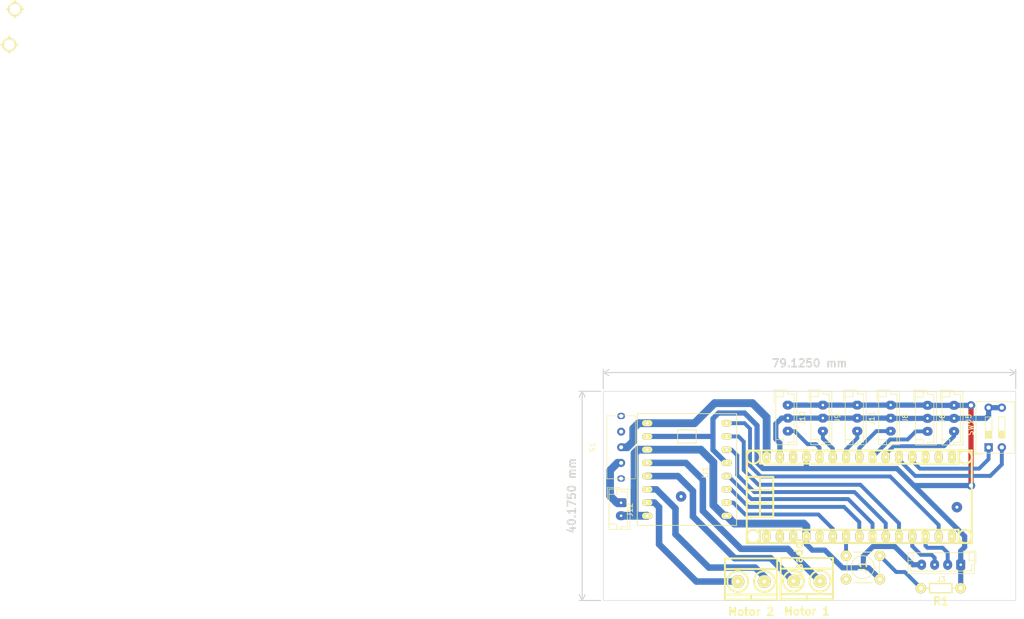
<source format=kicad_pcb>
(kicad_pcb (version 20221018) (generator pcbnew)
  (layers (0 "F.Cu" signal) (31 "B.Cu" signal) (34 "B.Paste" user) (35 "F.Paste" user) (36 "B.SilkS" user "B.Silkscreen") (37 "F.SilkS" user "F.Silkscreen") (38 "B.Mask" user) (39 "F.Mask" user) (44 "Edge.Cuts" user))
  (net 0 "")
  (net 2 "/Pin_Pulsador")
  (net 3 "Net-(J1-Pin_2)")
  (net 4 "GND")
  (net 5 "/Motor 1A")
  (net 6 "/Motor 1B")
  (net 7 "+5V")
  (net 8 "/Pin_Echo")
  (net 9 "/Pin_Trigg")
  (net 10 "/Motor 2A")
  (net 11 "/Motor 2B")
  (net 13 "/M_BIN2")
  (net 14 "/M_BIN1")
  (net 15 "/M_AIN1")
  (net 16 "/M_AIN2")
  (net 18 "+3V3")
  (net 20 "/Sharp_Izq")
  (net 21 "/Sharp_Der")
  (net 22 "/JSUMO_Der")
  (net 23 "/JSUMO_Izq")
  (net 25 "VCC")
  (net 26 "+BATT")
  (net 27 "/PWM_A")
  (net 28 "/PWM_B")
  (net 34 "/QRE_DER")
  (net 35 "/QRE_IZQ")
  (net 36 "/Salida_0")
  (net 37 "/Salida_1")
  (footprint "EESTN5:Pulsador_TH_4" (layer "F.Cu") (at 166.925 109.875 90)
    (fp_text reference "J1" (at 0.05 -0.05 90) (layer "F.SilkS") (effects (font (size 1.5 1.5) (thickness 0.3))))
    (fp_text value "Pulsador" (at 0.875 -12.35 90) (layer "F.SilkS") (effects (font (size 1.5 1.5) (thickness 0.3))))
    (pad "1" thru_hole circle (at 2.25 -3.25 90) (size 2 2) (drill 0.75) (layers "*.Cu" "*.Mask" "F.SilkS") (net 2 "/Pin_Pulsador"))
    (pad "2" thru_hole circle (at 2.25 3.25 90) (size 2 2) (drill 0.75) (layers "*.Cu" "*.Mask" "F.SilkS") (net 3 "Net-(J1-Pin_2)"))
    (pad "3" thru_hole circle (at -2.25 -3.25 90) (size 2 2) (drill 0.75) (layers "*.Cu" "*.Mask" "F.SilkS"))
    (pad "4" thru_hole circle (at -2.25 3.25 90) (size 2 2) (drill 0.75) (layers "*.Cu" "*.Mask" "F.SilkS") (net 4 "GND"))
  )
  (footprint "EESTN5:TB6612_Breakout" (layer "F.Cu") (at 133.145 91.06875 -90)
    (fp_text reference "U1" (at 0.508 -3.556 90) (layer "F.SilkS") (effects (font (size 1.2 1.2))))
    (fp_text value "TB6612_BREAKOUT")
    (pad "1" thru_hole oval (at -8.89 7.62 270) (size 1.2 2) (drill 0.5) (layers "*.Cu" "*.Mask" "F.SilkS") (net 25 "VCC"))
    (pad "2" thru_hole oval (at -6.35 7.62 270) (size 1.2 2) (drill 0.5) (layers "*.Cu" "*.Mask" "F.SilkS") (net 7 "+5V"))
    (pad "3" thru_hole oval (at -3.81 7.62 270) (size 1.2 2) (drill 0.5) (layers "*.Cu" "*.Mask" "F.SilkS") (net 4 "GND"))
    (pad "4" thru_hole oval (at -1.27 7.62 270) (size 1.2 2) (drill 0.5) (layers "*.Cu" "*.Mask" "F.SilkS") (net 5 "/Motor 1A"))
    (pad "5" thru_hole oval (at 1.27 7.62 270) (size 1.2 2) (drill 0.5) (layers "*.Cu" "*.Mask" "F.SilkS") (net 6 "/Motor 1B"))
    (pad "6" thru_hole oval (at 3.81 7.62 270) (size 1.2 2) (drill 0.5) (layers "*.Cu" "*.Mask" "F.SilkS") (net 10 "/Motor 2A"))
    (pad "7" thru_hole oval (at 6.35 7.62 270) (size 1.2 2) (drill 0.5) (layers "*.Cu" "*.Mask" "F.SilkS") (net 11 "/Motor 2B"))
    (pad "8" thru_hole oval (at 8.89 7.62 270) (size 1.2 2) (drill 0.5) (layers "*.Cu" "*.Mask" "F.SilkS") (net 4 "GND"))
    (pad "9" thru_hole oval (at 8.89 -7.62 270) (size 1.2 2) (drill 0.5) (layers "*.Cu" "*.Mask" "F.SilkS") (net 4 "GND"))
    (pad "10" thru_hole oval (at 6.35 -7.62 270) (size 1.2 2) (drill 0.5) (layers "*.Cu" "*.Mask" "F.SilkS") (net 28 "/PWM_B"))
    (pad "11" thru_hole oval (at 3.81 -7.62 270) (size 1.2 2) (drill 0.5) (layers "*.Cu" "*.Mask" "F.SilkS") (net 13 "/M_BIN2"))
    (pad "12" thru_hole oval (at 1.27 -7.62 270) (size 1.2 2) (drill 0.5) (layers "*.Cu" "*.Mask" "F.SilkS") (net 14 "/M_BIN1"))
    (pad "13" thru_hole oval (at -1.27 -7.62 270) (size 1.2 2) (drill 0.5) (layers "*.Cu" "*.Mask" "F.SilkS") (net 7 "+5V"))
    (pad "14" thru_hole oval (at -3.81 -7.62 270) (size 1.2 2) (drill 0.5) (layers "*.Cu" "*.Mask" "F.SilkS") (net 15 "/M_AIN1"))
    (pad "15" thru_hole oval (at -6.35 -7.62 270) (size 1.2 2) (drill 0.5) (layers "*.Cu" "*.Mask" "F.SilkS") (net 16 "/M_AIN2"))
    (pad "16" thru_hole oval (at -8.89 -7.62 270) (size 1.2 2) (drill 0.5) (layers "*.Cu" "*.Mask" "F.SilkS") (net 27 "/PWM_A"))
  )
  (footprint "EESTN5:arduino_nano_header" (layer "F.Cu") (at 166.215 96.29875)
    (fp_text reference "J7" hide)
    (fp_text value "Arduino_Nano_Header" hide)
    (pad "1" thru_hole oval (at -17.78 7.62) (size 1.524 2.19964) (drill 0.5) (layers "*.Cu" "*.Mask" "F.SilkS"))
    (pad "2" thru_hole oval (at -15.24 7.62) (size 1.524 2.19964) (drill 0.5) (layers "*.Cu" "*.Mask" "F.SilkS"))
    (pad "3" thru_hole oval (at -12.7 7.62) (size 1.524 2.19964) (drill 0.5) (layers "*.Cu" "*.Mask" "F.SilkS"))
    (pad "4" thru_hole oval (at -10.16 7.62) (size 1.524 2.19964) (drill 0.5) (layers "*.Cu" "*.Mask" "F.SilkS") (net 4 "GND"))
    (pad "5" thru_hole oval (at -7.62 7.62) (size 1.524 2.19964) (drill 0.5) (layers "*.Cu" "*.Mask" "F.SilkS"))
    (pad "6" thru_hole oval (at -5.08 7.62) (size 1.524 2.19964) (drill 0.5) (layers "*.Cu" "*.Mask" "F.SilkS") (net 28 "/PWM_B"))
    (pad "7" thru_hole oval (at -2.54 7.62) (size 1.524 2.19964) (drill 0.5) (layers "*.Cu" "*.Mask" "F.SilkS") (net 2 "/Pin_Pulsador"))
    (pad "8" thru_hole oval (at 0 7.62) (size 1.524 2.19964) (drill 0.5) (layers "*.Cu" "*.Mask" "F.SilkS") (net 13 "/M_BIN2"))
    (pad "9" thru_hole oval (at 2.54 7.62) (size 1.524 2.19964) (drill 0.5) (layers "*.Cu" "*.Mask" "F.SilkS") (net 14 "/M_BIN1"))
    (pad "10" thru_hole oval (at 5.08 7.62) (size 1.524 2.19964) (drill 0.5) (layers "*.Cu" "*.Mask" "F.SilkS") (net 15 "/M_AIN1"))
    (pad "11" thru_hole oval (at 7.62 7.62) (size 1.524 2.19964) (drill 0.5) (layers "*.Cu" "*.Mask" "F.SilkS") (net 16 "/M_AIN2"))
    (pad "12" thru_hole oval (at 10.16 7.62) (size 1.524 2.19964) (drill 0.5) (layers "*.Cu" "*.Mask" "F.SilkS") (net 9 "/Pin_Trigg"))
    (pad "13" thru_hole oval (at 12.7 7.62) (size 1.524 2.19964) (drill 0.5) (layers "*.Cu" "*.Mask" "F.SilkS") (net 8 "/Pin_Echo"))
    (pad "14" thru_hole oval (at 15.24 7.62) (size 1.524 2.19964) (drill 0.5) (layers "*.Cu" "*.Mask" "F.SilkS") (net 27 "/PWM_A"))
    (pad "15" thru_hole oval (at 17.78 7.62) (size 1.524 2.19964) (drill 0.5) (layers "*.Cu" "*.Mask" "F.SilkS"))
    (pad "16" thru_hole oval (at 17.78 -7.62) (size 1.524 2.19964) (drill 0.5) (layers "*.Cu" "*.Mask" "F.SilkS"))
    (pad "17" thru_hole oval (at 15.24 -7.62) (size 1.524 2.19964) (drill 0.5) (layers "*.Cu" "*.Mask" "F.SilkS") (net 18 "+3V3"))
    (pad "18" thru_hole oval (at 12.7 -7.62) (size 1.524 2.19964) (drill 0.5) (layers "*.Cu" "*.Mask" "F.SilkS"))
    (pad "19" thru_hole oval (at 10.16 -7.62) (size 1.524 2.19964) (drill 0.5) (layers "*.Cu" "*.Mask" "F.SilkS") (net 36 "/Salida_0"))
    (pad "20" thru_hole oval (at 7.62 -7.62) (size 1.524 2.1971) (drill 0.5) (layers "*.Cu" "*.Mask" "F.SilkS") (net 37 "/Salida_1"))
    (pad "21" thru_hole oval (at 5.08 -7.62) (size 1.524 2.1971) (drill 0.5) (layers "*.Cu" "*.Mask" "F.SilkS") (net 34 "/QRE_DER"))
    (pad "22" thru_hole oval (at 2.54 -7.62) (size 1.524 2.1971) (drill 0.5) (layers "*.Cu" "*.Mask" "F.SilkS") (net 35 "/QRE_IZQ"))
    (pad "23" thru_hole oval (at 0 -7.62) (size 1.524 2.1971) (drill 0.5) (layers "*.Cu" "*.Mask" "F.SilkS") (net 23 "/JSUMO_Izq"))
    (pad "24" thru_hole oval (at -2.54 -7.62) (size 1.524 2.1971) (drill 0.5) (layers "*.Cu" "*.Mask" "F.SilkS") (net 20 "/Sharp_Izq"))
    (pad "25" thru_hole oval (at -5.08 -7.62) (size 1.524 2.1971) (drill 0.5) (layers "*.Cu" "*.Mask" "F.SilkS") (net 21 "/Sharp_Der"))
    (pad "26" thru_hole oval (at -7.62 -7.62) (size 1.524 2.1971) (drill 0.5) (layers "*.Cu" "*.Mask" "F.SilkS") (net 22 "/JSUMO_Der"))
    (pad "27" thru_hole oval (at -10.16 -7.62) (size 1.524 2.1971) (drill 0.5) (layers "*.Cu" "*.Mask" "F.SilkS") (net 7 "+5V"))
    (pad "28" thru_hole oval (at -12.7 -7.62) (size 1.524 2.1971) (drill 0.5) (layers "*.Cu" "*.Mask" "F.SilkS"))
    (pad "29" thru_hole oval (at -15.24 -7.62) (size 1.524 2.1971) (drill 0.5) (layers "*.Cu" "*.Mask" "F.SilkS") (net 4 "GND"))
    (pad "30" thru_hole oval (at -17.78 -7.62) (size 1.524 2.1971) (drill 0.5) (layers "*.Cu" "*.Mask" "F.SilkS") (net 25 "VCC"))
  )
  (footprint "Connector_JST:JST_EH_B3B-EH-A_1x03_P2.50mm_Vertical" (layer "F.Cu") (at 152.505 78.7 -90)
    (fp_text reference "J10" (at 2.5 -2.8 -90) (layer "F.SilkS"))
    (fp_text value "JSUMO")
    (pad "1" thru_hole oval (at 0 0 270) (size 1.7 1.95) (drill 0.5) (layers "*.Cu" "*.Mask") (net 7 "+5V"))
    (pad "2" thru_hole oval (at 2.5 0 270) (size 1.7 1.95) (drill 0.5) (layers "*.Cu" "*.Mask") (net 4 "GND"))
    (pad "3" thru_hole oval (at 5 0 270) (size 1.7 1.95) (drill 0.5) (layers "*.Cu" "*.Mask") (net 22 "/JSUMO_Der"))
  )
  (footprint "EESTN5:hole_2mm" (layer "F.Cu") (at 3.127 9.507)
    (fp_text reference "H2" hide)
    (fp_text value "Mounting_Hole" hide)
    (pad "1" thru_hole circle (at 0 0) (size 1.99898 1.99898) (drill 1.99898) (layers "*.Cu" "F.SilkS"))
  )
  (footprint "Connector_JST:JST_EH_B2B-EH-A_1x02_P2.50mm_Vertical" (layer "F.Cu") (at 120.515 97.45 -90)
    (fp_text reference "J12" (at 1.35 -1.71 90) (layer "F.SilkS"))
    (fp_text value "Conector Batería")
    (pad "1" thru_hole roundrect (at 0 0 270) (size 1.7 2) (drill 0.5) (layers "*.Cu" "*.Mask") (roundrect_rratio 0.147059) (net 26 "+BATT"))
    (pad "2" thru_hole oval (at 2.5 0 270) (size 1.7 2) (drill 0.5) (layers "*.Cu" "*.Mask") (net 4 "GND"))
  )
  (footprint "Connector_JST:JST_EH_B3B-EH-A_1x03_P2.50mm_Vertical" (layer "F.Cu") (at 159.23 78.7 -90)
    (fp_text reference "J9" (at 2.5 -2.8 -90) (layer "F.SilkS"))
    (fp_text value "Sharps")
    (pad "1" thru_hole oval (at 0 0 270) (size 1.7 1.95) (drill 0.5) (layers "*.Cu" "*.Mask") (net 7 "+5V"))
    (pad "2" thru_hole oval (at 2.5 0 270) (size 1.7 1.95) (drill 0.5) (layers "*.Cu" "*.Mask") (net 4 "GND"))
    (pad "3" thru_hole oval (at 5 0 270) (size 1.7 1.95) (drill 0.5) (layers "*.Cu" "*.Mask") (net 21 "/Sharp_Der"))
  )
  (footprint "EESTN5:RES0.3" (layer "F.Cu") (at 181.85 113.85 180)
    (fp_text reference "R1" (at 0 -2.5) (layer "F.SilkS") (effects (font (size 1.5 1.5) (thickness 0.3))))
    (fp_text value "1k" hide)
    (pad "1" thru_hole circle (at -3.81 0 180) (size 1.99898 1.99898) (drill 0.8001) (layers "*.Cu" "*.Mask" "F.SilkS") (net 7 "+5V"))
    (pad "2" thru_hole circle (at 3.81 0 180) (size 1.99898 1.99898) (drill 0.8001) (layers "*.Cu" "*.Mask" "F.SilkS") (net 3 "Net-(J1-Pin_2)"))
  )
  (footprint "Connector_JST:JST_EH_B3B-EH-A_1x03_P2.50mm_Vertical" (layer "F.Cu") (at 165.83 78.7 -90)
    (fp_text reference "J11" (at 2.5 -2.8 -90) (layer "F.SilkS"))
    (fp_text value "Sharps")
    (pad "1" thru_hole oval (at 0 0 270) (size 1.7 1.95) (drill 0.5) (layers "*.Cu" "*.Mask") (net 7 "+5V"))
    (pad "2" thru_hole oval (at 2.5 0 270) (size 1.7 1.95) (drill 0.5) (layers "*.Cu" "*.Mask") (net 4 "GND"))
    (pad "3" thru_hole oval (at 5 0 270) (size 1.7 1.95) (drill 0.5) (layers "*.Cu" "*.Mask") (net 20 "/Sharp_Izq"))
  )
  (footprint "Connector_JST:JST_EH_B3B-EH-A_1x03_P2.50mm_Vertical" (layer "F.Cu") (at 184.4 78.75 -90)
    (fp_text reference "J5" (at 2.5 -2.8 90) (layer "F.SilkS"))
    (fp_text value "QRE1113")
    (pad "1" thru_hole oval (at 0 0 270) (size 1.7 1.95) (drill 0.5) (layers "*.Cu" "*.Mask") (net 7 "+5V"))
    (pad "2" thru_hole oval (at 2.5 0 270) (size 1.7 1.95) (drill 0.5) (layers "*.Cu" "*.Mask") (net 4 "GND"))
    (pad "3" thru_hole oval (at 5 0 270) (size 1.7 1.95) (drill 0.5) (layers "*.Cu" "*.Mask") (net 34 "/QRE_DER"))
  )
  (footprint "Connector_JST:JST_EH_B3B-EH-A_1x03_P2.50mm_Vertical" (layer "F.Cu") (at 179.305 78.75 -90)
    (fp_text reference "J6" (at 2.5 -2.8 90) (layer "F.SilkS"))
    (fp_text value "QRE1113")
    (pad "1" thru_hole oval (at 0 0 270) (size 1.7 1.95) (drill 0.5) (layers "*.Cu" "*.Mask") (net 7 "+5V"))
    (pad "2" thru_hole oval (at 2.5 0 270) (size 1.7 1.95) (drill 0.5) (layers "*.Cu" "*.Mask") (net 4 "GND"))
    (pad "3" thru_hole oval (at 5 0 270) (size 1.7 1.95) (drill 0.5) (layers "*.Cu" "*.Mask") (net 35 "/QRE_IZQ"))
  )
  (footprint "EESTN5:BORNERA2_AZUL" (layer "F.Cu") (at 156.14 112.5)
    (fp_text reference "J2" hide)
    (fp_text value "Motor 1" (at 0 5.8) (layer "F.SilkS") (effects (font (size 1.5 1.5) (thickness 0.3))))
    (pad "1" thru_hole circle (at -2.54 0) (size 2.5 2.5) (drill 0.7) (layers "*.Cu" "*.Mask" "F.SilkS") (net 6 "/Motor 1B"))
    (pad "2" thru_hole circle (at 2.54 0) (size 2.5 2.5) (drill 0.7) (layers "*.Cu" "*.Mask" "F.SilkS") (net 5 "/Motor 1A"))
  )
  (footprint "Connector_JST:JST_EH_B3B-EH-A_1x03_P2.50mm_Vertical" (layer "F.Cu") (at 172.23 78.7 -90)
    (fp_text reference "J8" (at 2.5 -2.8 -90) (layer "F.SilkS"))
    (fp_text value "JSUMO")
    (pad "1" thru_hole oval (at 0 0 270) (size 1.7 1.95) (drill 0.5) (layers "*.Cu" "*.Mask") (net 7 "+5V"))
    (pad "2" thru_hole oval (at 2.5 0 270) (size 1.7 1.95) (drill 0.5) (layers "*.Cu" "*.Mask") (net 4 "GND"))
    (pad "3" thru_hole oval (at 5 0 270) (size 1.7 1.95) (drill 0.5) (layers "*.Cu" "*.Mask") (net 23 "/JSUMO_Izq"))
  )
  (footprint "EESTN5:BORNERA2_AZUL" (layer "F.Cu") (at 145.45 112.57625)
    (fp_text reference "J4" hide)
    (fp_text value "Motor 2" (at 0 5.8) (layer "F.SilkS") (effects (font (size 1.5 1.5) (thickness 0.3))))
    (pad "1" thru_hole circle (at -2.54 0) (size 2.5 2.5) (drill 0.7) (layers "*.Cu" "*.Mask" "F.SilkS") (net 11 "/Motor 2B"))
    (pad "2" thru_hole circle (at 2.54 0) (size 2.5 2.5) (drill 0.7) (layers "*.Cu" "*.Mask" "F.SilkS") (net 10 "/Motor 2A"))
  )
  (footprint "Button_Switch_THT:SW_DIP_SPSTx02_Slide_9.78x7.26mm_W7.62mm_P2.54mm" (layer "F.Cu") (at 191.025 86.8175 90)
    (fp_text reference "SW1" (at 3.81 -3.42 90) (layer "F.SilkS"))
    (fp_text value "SW_DIP_x02")
    (pad "1" thru_hole rect (at 0 0 90) (size 1.6 1.6) (drill 0.8) (layers "*.Cu" "*.Mask") (net 36 "/Salida_0"))
    (pad "2" thru_hole oval (at 0 2.54 90) (size 1.6 1.6) (drill 0.8) (layers "*.Cu" "*.Mask") (net 37 "/Salida_1"))
    (pad "3" thru_hole oval (at 7.62 2.54 90) (size 1.6 1.6) (drill 0.8) (layers "*.Cu" "*.Mask") (net 4 "GND"))
    (pad "4" thru_hole oval (at 7.62 0 90) (size 1.6 1.6) (drill 0.8) (layers "*.Cu" "*.Mask") (net 4 "GND"))
  )
  (footprint "EESTN5:hole_2mm" (layer "F.Cu") (at 4.2164 2.6924)
    (fp_text reference "H1" hide)
    (fp_text value "Mounting_Hole" hide)
    (pad "1" thru_hole circle (at 0 0) (size 1.99898 1.99898) (drill 1.99898) (layers "*.Cu" "F.SilkS"))
  )
  (footprint "Connector_JST:JST_EH_B4B-EH-A_1x04_P2.50mm_Vertical" (layer "F.Cu") (at 185.675 109.35 180)
    (fp_text reference "J3" (at 3.75 -2.8) (layer "F.SilkS"))
    (fp_text value "HC-SR04")
    (pad "1" thru_hole roundrect (at 0 0 180) (size 1.7 1.95) (drill 0.5) (layers "*.Cu" "*.Mask") (roundrect_rratio 0.147059) (net 7 "+5V"))
    (pad "2" thru_hole oval (at 2.5 0 180) (size 1.7 1.95) (drill 0.5) (layers "*.Cu" "*.Mask") (net 8 "/Pin_Echo"))
    (pad "3" thru_hole oval (at 5 0 180) (size 1.7 1.95) (drill 0.5) (layers "*.Cu" "*.Mask") (net 9 "/Pin_Trigg"))
    (pad "4" thru_hole oval (at 7.5 0 180) (size 1.7 1.95) (drill 0.5) (layers "*.Cu" "*.Mask") (net 4 "GND"))
  )
  (footprint "Switch.prety:Switch_SS12F44_123" (layer "F.Cu") (at 115.525 86.8 90)
    (fp_text reference "S1" (at 0 -0.5 90 unlocked) (layer "F.SilkS") (effects (font (thickness 0.1))))
    (fp_text value "MINI-SPDT-SW" hide)
    (pad "" thru_hole oval (at -6 5 270) (size 1.2 1.5) (drill oval 0.762) (layers "*.Cu" "*.Mask"))
    (pad "" thru_hole oval (at 6 5 270) (size 1.2 1.5) (drill oval 0.762) (layers "*.Cu" "*.Mask"))
    (pad "1" thru_hole circle (at -3 5 90) (size 1.524 1.524) (drill 0.762) (layers "*.Cu" "*.Mask") (net 26 "+BATT"))
    (pad "2" thru_hole circle (at 0 5 90) (size 1.524 1.524) (drill 0.762) (layers "*.Cu" "*.Mask") (net 25 "VCC"))
    (pad "3" thru_hole circle (at 3 5 90) (size 1.524 1.524) (drill 0.762) (layers "*.Cu" "*.Mask"))
  )
  (gr_rect (start 117.1 76.05) (end 196.225 116.225) (stroke (width 0.1)) (fill none) (layer "Edge.Cuts"))
  (dimension (type aligned) (layer "Edge.Cuts") (pts (xy 117.1 76.05) (xy 196.225 76.05)) (height -3.6) (gr_text "79,1250 mm" (at 156.6625 70.65) (layer "Edge.Cuts") (effects (font (size 1.5 1.5) (thickness 0.3)))) (format (prefix "") (suffix "") (units 3) (units_format 1) (precision 4)) (style (thickness 0.2) (arrow_length 1.27) (text_position_mode 0) (extension_height 0.58642) (extension_offset 0.5) keep_text_aligned))
  (dimension (type aligned) (layer "Edge.Cuts") (pts (xy 117.1 116.225) (xy 117.1 76.05)) (height -4.05) (gr_text "40,1750 mm" (at 111.05 96.1 90) (layer "Edge.Cuts") (effects (font (size 1.5 1.5) (thickness 0.3)))) (format (prefix "") (suffix "") (units 3) (units_format 1) (precision 4)) (style (thickness 0.2) (arrow_length 1.27) (text_position_mode 2) (extension_height 0.58642) (extension_offset 0.5) keep_text_aligned))
  (via (at 184.95 98.3) (size 2) (drill 0.6) (layers "F.Cu" "B.Cu") (net 0))
  (via (at 132.025 96.25) (size 2) (drill 0.6) (layers "F.Cu" "B.Cu") (net 0))
  (segment (start 163.675 107.625) (end 163.675 103.91875) (width 0.75) (layer "B.Cu") (net 2))
  (segment (start 170.175 107.625) (end 173.3 110.75) (width 0.75) (layer "B.Cu") (net 3))
  (segment (start 173.3 110.75) (end 174.94 110.75) (width 0.75) (layer "B.Cu") (net 3))
  (segment (start 174.94 110.75) (end 178.04 113.85) (width 0.75) (layer "B.Cu") (net 3))
  (segment (start 191.025 79.1975) (end 193.565 79.1975) (width 1) (layer "B.Cu") (net 4))
  (segment (start 190.5 81.25) (end 191.025 80.725) (width 1) (layer "B.Cu") (net 4))
  (segment (start 165.83 81.2) (end 159.23 81.2) (width 1) (layer "B.Cu") (net 4))
  (segment (start 123.1 87.93875) (end 123.78 87.25875) (width 1.5) (layer "B.Cu") (net 4))
  (segment (start 179.305 81.25) (end 172.28 81.25) (width 1) (layer "B.Cu") (net 4))
  (segment (start 156.055 105.405) (end 156.055 103.91875) (width 1) (layer "B.Cu") (net 4))
  (segment (start 172.28 81.25) (end 172.23 81.2) (width 1) (layer "B.Cu") (net 4))
  (segment (start 142.25625 101.45) (end 155.55 101.45) (width 1.5) (layer "B.Cu") (net 4))
  (segment (start 178.175 109.35) (end 176.5 109.35) (width 1) (layer "B.Cu") (net 4))
  (segment (start 191.025 80.725) (end 191.025 79.1975) (width 1) (layer "B.Cu") (net 4))
  (segment (start 176.5 109.35) (end 173 105.85) (width 1) (layer "B.Cu") (net 4))
  (segment (start 138.215 97.915) (end 140.25875 99.95875) (width 1.5) (layer "B.Cu") (net 4))
  (segment (start 157.2 106.55) (end 156.055 105.405) (width 1) (layer "B.Cu") (net 4))
  (segment (start 140.25875 99.95875) (end 140.765 99.95875) (width 1.5) (layer "B.Cu") (net 4))
  (segment (start 150.2 85.2) (end 150.975 85.975) (width 1) (layer "B.Cu") (net 4))
  (segment (start 152.505 81.2) (end 159.23 81.2) (width 1) (layer "B.Cu") (net 4))
  (segment (start 167 109.95) (end 163 109.95) (width 1) (layer "B.Cu") (net 4))
  (segment (start 150.2 82.3) (end 150.2 85.2) (width 1) (layer "B.Cu") (net 4))
  (segment (start 125.525 87.25875) (end 135.8 87.25875) (width 1.5) (layer "B.Cu") (net 4))
  (segment (start 123 99.95) (end 125.51625 99.95) (width 1.5) (layer "B.Cu") (net 4))
  (segment (start 170.175 112.125) (end 168 109.95) (width 1) (layer "B.Cu") (net 4))
  (segment (start 135.8 87.25875) (end 138.215 89.67375) (width 1.5) (layer "B.Cu") (net 4))
  (segment (start 159.6 106.55) (end 157.2 106.55) (width 1) (layer "B.Cu") (net 4))
  (segment (start 165.83 81.2) (end 172.23 81.2) (width 1) (layer "B.Cu") (net 4))
  (segment (start 151.3 81.2) (end 150.2 82.3) (width 1) (layer "B.Cu") (net 4))
  (segment (start 168.85 105.85) (end 167 107.7) (width 1) (layer "B.Cu") (net 4))
  (segment (start 123.1 99.85) (end 123 99.95) (width 1.5) (layer "B.Cu") (net 4))
  (segment (start 152.505 81.2) (end 151.3 81.2) (width 1) (layer "B.Cu") (net 4))
  (segment (start 156.055 101.955) (end 156.055 103.91875) (width 1.5) (layer "B.Cu") (net 4))
  (segment (start 168 109.95) (end 167 109.95) (width 1) (layer "B.Cu") (net 4))
  (segment (start 120.515 99.95) (end 123 99.95) (width 1.5) (layer "B.Cu") (net 4))
  (segment (start 179.305 81.25) (end 184.4 81.25) (width 1) (layer "B.Cu") (net 4))
  (segment (start 123.78 87.25875) (end 125.525 87.25875) (width 1.5) (layer "B.Cu") (net 4))
  (segment (start 167 107.7) (end 167 109.95) (width 1) (layer "B.Cu") (net 4))
  (segment (start 155.55 101.45) (end 156.055 101.955) (width 1.5) (layer "B.Cu") (net 4))
  (segment (start 163 109.95) (end 159.6 106.55) (width 1) (layer "B.Cu") (net 4))
  (segment (start 138.215 89.67375) (end 138.215 97.915) (width 1.5) (layer "B.Cu") (net 4))
  (segment (start 140.765 99.95875) (end 142.25625 101.45) (width 1.5) (layer "B.Cu") (net 4))
  (segment (start 123.1 87.93875) (end 123.1 99.85) (width 1.5) (layer "B.Cu") (net 4))
  (segment (start 125.51625 99.95) (end 125.525 99.95875) (width 1.5) (layer "B.Cu") (net 4))
  (segment (start 184.4 81.25) (end 190.5 81.25) (width 1) (layer "B.Cu") (net 4))
  (segment (start 173 105.85) (end 168.85 105.85) (width 1) (layer "B.Cu") (net 4))
  (segment (start 150.975 85.975) (end 150.975 88.67875) (width 1) (layer "B.Cu") (net 4))
  (segment (start 152.48 106.3) (end 151.7 106.3) (width 1.25) (layer "B.Cu") (net 5))
  (segment (start 136.2 99) (end 143.5 106.3) (width 1.25) (layer "B.Cu") (net 5))
  (segment (start 125.525 89.79875) (end 132.94875 89.79875) (width 1.25) (layer "B.Cu") (net 5))
  (segment (start 132.94875 89.79875) (end 136.2 93.05) (width 1.25) (layer "B.Cu") (net 5))
  (segment (start 136.2 93.05) (end 136.2 99) (width 1.25) (layer "B.Cu") (net 5))
  (segment (start 143.5 106.3) (end 151.7 106.3) (width 1.25) (layer "B.Cu") (net 5))
  (segment (start 158.68 112.5) (end 152.48 106.3) (width 1.25) (layer "B.Cu") (net 5))
  (segment (start 134.3 95.2) (end 131.43875 92.33875) (width 1.25) (layer "B.Cu") (net 6))
  (segment (start 153.6 112.5) (end 149.2 108.1) (width 1.25) (layer "B.Cu") (net 6))
  (segment (start 149.2 108.1) (end 148.65 108.1) (width 1.25) (layer "B.Cu") (net 6))
  (segment (start 148.65 108.1) (end 142.3 108.1) (width 1.25) (layer "B.Cu") (net 6))
  (segment (start 134.3 100.1) (end 134.3 95.2) (width 1.25) (layer "B.Cu") (net 6))
  (segment (start 131.43875 92.33875) (end 125.525 92.33875) (width 1.25) (layer "B.Cu") (net 6))
  (segment (start 142.3 108.1) (end 134.3 100.1) (width 1.25) (layer "B.Cu") (net 6))
  (segment (start 187.65 78.75) (end 187.65 94.15) (width 1) (layer "F.Cu") (net 7))
  (via (at 187.65 94.15) (size 1.6) (drill 0.8) (layers "F.Cu" "B.Cu") (net 7))
  (via (at 187.65 78.75) (size 1.6) (drill 0.8) (layers "F.Cu" "B.Cu") (net 7))
  (segment (start 156.055 88.67875) (end 156.055 90.88875) (width 1) (layer "B.Cu") (net 7))
  (segment (start 185.675 113.835) (end 185.66 113.85) (width 1) (layer "B.Cu") (net 7))
  (segment (start 138.14 81.29875) (end 138.14 84.84875) (width 1) (layer "B.Cu") (net 7))
  (segment (start 138.01 84.71875) (end 138.14 84.84875) (width 1) (layer "B.Cu") (net 7))
  (segment (start 139.215 80.22375) (end 138.14 81.29875) (width 1) (layer "B.Cu") (net 7))
  (segment (start 186.425 103.875) (end 186.425 105.975) (width 1) (layer "B.Cu") (net 7))
  (segment (start 185.675 109.35) (end 185.675 113.835) (width 1) (layer "B.Cu") (net 7))
  (segment (start 172.23 78.7) (end 179.255 78.7) (width 1) (layer "B.Cu") (net 7))
  (segment (start 138.14 84.84875) (end 138.14 87.29875) (width 1) (layer "B.Cu") (net 7))
  (segment (start 146.6 89.75875) (end 146.6 82.60875) (width 1) (layer "B.Cu") (net 7))
  (segment (start 187.65 94.15) (end 176.7 94.15) (width 1) (layer "B.Cu") (net 7))
  (segment (start 185.675 106.725) (end 185.675 109.35) (width 1) (layer "B.Cu") (net 7))
  (segment (start 184.4 78.75) (end 187.65 78.75) (width 1) (layer "B.Cu") (net 7))
  (segment (start 159.23 78.7) (end 165.83 78.7) (width 1) (layer "B.Cu") (net 7))
  (segment (start 176.7 94.15) (end 186.425 103.875) (width 1) (layer "B.Cu") (net 7))
  (segment (start 165.83 78.7) (end 172.23 78.7) (width 1) (layer "B.Cu") (net 7))
  (segment (start 144.215 80.22375) (end 139.215 80.22375) (width 1) (layer "B.Cu") (net 7))
  (segment (start 186.425 105.975) (end 185.675 106.725) (width 1) (layer "B.Cu") (net 7))
  (segment (start 173.43875 90.88875) (end 176.7 94.15) (width 1) (layer "B.Cu") (net 7))
  (segment (start 138.14 87.29875) (end 140.64 89.79875) (width 1) (layer "B.Cu") (net 7))
  (segment (start 147.73 90.88875) (end 146.6 89.75875) (width 1) (layer "B.Cu") (net 7))
  (segment (start 179.255 78.7) (end 179.305 78.75) (width 1) (layer "B.Cu") (net 7))
  (segment (start 125.525 84.71875) (end 138.01 84.71875) (width 1) (layer "B.Cu") (net 7))
  (segment (start 184.4 78.75) (end 179.305 78.75) (width 1) (layer "B.Cu") (net 7))
  (segment (start 156.055 90.88875) (end 147.73 90.88875) (width 1) (layer "B.Cu") (net 7))
  (segment (start 156.055 90.88875) (end 173.43875 90.88875) (width 1) (layer "B.Cu") (net 7))
  (segment (start 146.6 82.60875) (end 144.215 80.22375) (width 1) (layer "B.Cu") (net 7))
  (segment (start 140.64 89.79875) (end 140.765 89.79875) (width 1) (layer "B.Cu") (net 7))
  (segment (start 152.505 78.7) (end 159.23 78.7) (width 1) (layer "B.Cu") (net 7))
  (segment (start 182.2 106.1) (end 179.3 106.1) (width 0.75) (layer "B.Cu") (net 8))
  (segment (start 179.3 106.1) (end 178.915 105.715) (width 0.75) (layer "B.Cu") (net 8))
  (segment (start 183.175 109.35) (end 183.175 107.075) (width 0.75) (layer "B.Cu") (net 8))
  (segment (start 178.915 105.715) (end 178.915 103.91875) (width 0.75) (layer "B.Cu") (net 8))
  (segment (start 183.175 107.075) (end 182.2 106.1) (width 0.75) (layer "B.Cu") (net 8))
  (segment (start 180.1 107.45) (end 178.05 107.45) (width 0.75) (layer "B.Cu") (net 9))
  (segment (start 176.375 105.775) (end 176.375 103.91875) (width 0.75) (layer "B.Cu") (net 9))
  (segment (start 180.675 109.35) (end 180.675 108.025) (width 0.75) (layer "B.Cu") (net 9))
  (segment (start 180.675 108.025) (end 180.1 107.45) (width 0.75) (layer "B.Cu") (net 9))
  (segment (start 178.05 107.45) (end 176.375 105.775) (width 0.75) (layer "B.Cu") (net 9))
  (segment (start 125.525 94.87875) (end 127.27875 94.87875) (width 1.25) (layer "B.Cu") (net 10))
  (segment (start 137.35 109.9) (end 146.25 109.9) (width 1.25) (layer "B.Cu") (net 10))
  (segment (start 147.99 111.64) (end 147.99 112.57625) (width 1.25) (layer "B.Cu") (net 10))
  (segment (start 146.25 109.9) (end 147.99 111.64) (width 1.25) (layer "B.Cu") (net 10))
  (segment (start 130.95 103.5) (end 137.35 109.9) (width 1.25) (layer "B.Cu") (net 10))
  (segment (start 130.95 98.55) (end 130.95 103.5) (width 1.25) (layer "B.Cu") (net 10))
  (segment (start 127.27875 94.87875) (end 130.95 98.55) (width 1.25) (layer "B.Cu") (net 10))
  (segment (start 134.94625 112.57625) (end 127.8 105.43) (width 1.25) (layer "B.Cu") (net 11))
  (segment (start 127.8 98.3) (end 127.8 105.43) (width 1.25) (layer "B.Cu") (net 11))
  (segment (start 142.91 112.57625) (end 134.94625 112.57625) (width 1.25) (layer "B.Cu") (net 11))
  (segment (start 126.91875 97.41875) (end 127.8 98.3) (width 1.25) (layer "B.Cu") (net 11))
  (segment (start 125.525 97.41875) (end 126.91875 97.41875) (width 1.25) (layer "B.Cu") (net 11))
  (segment (start 141.595 94.87875) (end 144.96625 98.25) (width 0.75) (layer "B.Cu") (net 13))
  (segment (start 144.96625 98.25) (end 163.3 98.25) (width 0.75) (layer "B.Cu") (net 13))
  (segment (start 163.3 98.25) (end 166.215 101.165) (width 0.75) (layer "B.Cu") (net 13))
  (segment (start 140.765 94.87875) (end 141.595 94.87875) (width 0.75) (layer "B.Cu") (net 13))
  (segment (start 166.215 101.165) (end 166.215 103.91875) (width 0.75) (layer "B.Cu") (net 13))
  (segment (start 168.755 101.43) (end 168.755 103.91875) (width 0.75) (layer "B.Cu") (net 14))
  (segment (start 164.075 96.75) (end 168.755 101.43) (width 0.75) (layer "B.Cu") (net 14))
  (segment (start 145.51625 96.75) (end 164.075 96.75) (width 0.75) (layer "B.Cu") (net 14))
  (segment (start 140.765 92.33875) (end 141.105 92.33875) (width 0.75) (layer "B.Cu") (net 14))
  (segment (start 141.105 92.33875) (end 145.51625 96.75) (width 0.75) (layer "B.Cu") (net 14))
  (segment (start 171.295 101.395) (end 171.295 103.91875) (width 0.75) (layer "B.Cu") (net 15))
  (segment (start 142.8 92.10875) (end 146.09125 95.4) (width 0.75) (layer "B.Cu") (net 15))
  (segment (start 142.8 88.35875) (end 142.8 92.10875) (width 0.75) (layer "B.Cu") (net 15))
  (segment (start 165.3 95.4) (end 171.295 101.395) (width 0.75) (layer "B.Cu") (net 15))
  (segment (start 146.09125 95.4) (end 165.3 95.4) (width 0.75) (layer "B.Cu") (net 15))
  (segment (start 141.7 87.25875) (end 142.8 88.35875) (width 0.75) (layer "B.Cu") (net 15))
  (segment (start 140.765 87.25875) (end 141.7 87.25875) (width 0.75) (layer "B.Cu") (net 15))
  (segment (start 140.765 84.71875) (end 143.035 84.71875) (width 0.75) (layer "B.Cu") (net 16))
  (segment (start 143.035 84.71875) (end 144.05 85.73375) (width 0.75) (layer "B.Cu") (net 16))
  (segment (start 144.05 85.73375) (end 144.05 91.18375) (width 0.75) (layer "B.Cu") (net 16))
  (segment (start 173.835 101.41) (end 173.835 103.91875) (width 0.75) (layer "B.Cu") (net 16))
  (segment (start 144.05 91.18375) (end 146.86625 94) (width 0.75) (layer "B.Cu") (net 16))
  (segment (start 146.86625 94) (end 166.425 94) (width 0.75) (layer "B.Cu") (net 16))
  (segment (start 166.425 94) (end 173.835 101.41) (width 0.75) (layer "B.Cu") (net 16))
  (segment (start 165.83 83.7) (end 165.83 85.07) (width 0.75) (layer "B.Cu") (net 20))
  (segment (start 163.675 87.225) (end 163.675 88.67875) (width 0.75) (layer "B.Cu") (net 20))
  (segment (start 165.83 85.07) (end 163.675 87.225) (width 0.75) (layer "B.Cu") (net 20))
  (segment (start 161.135 87.035) (end 161.135 88.67875) (width 0.75) (layer "B.Cu") (net 21))
  (segment (start 159.23 85.13) (end 161.135 87.035) (width 0.75) (layer "B.Cu") (net 21))
  (segment (start 159.23 83.7) (end 159.23 85.13) (width 0.75) (layer "B.Cu") (net 21))
  (segment (start 156.3 86.2) (end 157.9 86.2) (width 0.75) (layer "B.Cu") (net 22))
  (segment (start 152.505 83.7) (end 153.8 83.7) (width 0.75) (layer "B.Cu") (net 22))
  (segment (start 158.615 88.65875) (end 158.595 88.67875) (width 0.75) (layer "B.Cu") (net 22))
  (segment (start 157.9 86.2) (end 158.595 86.895) (width 0.75) (layer "B.Cu") (net 22))
  (segment (start 158.595 86.895) (end 158.595 88.67875) (width 0.75) (layer "B.Cu") (net 22))
  (segment (start 153.8 83.7) (end 156.3 86.2) (width 0.75) (layer "B.Cu") (net 22))
  (segment (start 172.23 83.7) (end 169.5 83.7) (width 0.75) (layer "B.Cu") (net 23))
  (segment (start 166.215 86.985) (end 166.215 88.67875) (width 0.75) (layer "B.Cu") (net 23))
  (segment (start 169.5 83.7) (end 166.215 86.985) (width 0.75) (layer "B.Cu") (net 23))
  (segment (start 134.61 82.17875) (end 138.465 78.32375) (width 1.5) (layer "B.Cu") (net 25))
  (segment (start 145.715 78.32375) (end 148.435 81.04375) (width 1.5) (layer "B.Cu") (net 25))
  (segment (start 122.85 85.65) (end 122.85 83.2) (width 1.5) (layer "B.Cu") (net 25))
  (segment (start 122.85 83.2) (end 123.87125 82.17875) (width 1.5) (layer "B.Cu") (net 25))
  (segment (start 123.87125 82.17875) (end 125.525 82.17875) (width 1.5) (layer "B.Cu") (net 25))
  (segment (start 120.525 86.8) (end 121.7 86.8) (width 1.5) (layer "B.Cu") (net 25))
  (segment (start 125.525 82.17875) (end 134.61 82.17875) (width 1.5) (layer "B.Cu") (net 25))
  (segment (start 121.7 86.8) (end 122.85 85.65) (width 1.5) (layer "B.Cu") (net 25))
  (segment (start 138.465 78.32375) (end 145.715 78.32375) (width 1.5) (layer "B.Cu") (net 25))
  (segment (start 148.435 81.04375) (end 148.435 88.67875) (width 1.5) (layer "B.Cu") (net 25))
  (segment (start 120.515 97.45) (end 119.7 97.45) (width 1.5) (layer "B.Cu") (net 26))
  (segment (start 119.7 97.45) (end 118.4 96.15) (width 1.5) (layer "B.Cu") (net 26))
  (segment (start 118.4 96.15) (end 118.4 91.225) (width 1.5) (layer "B.Cu") (net 26))
  (segment (start 119.825 89.8) (end 120.525 89.8) (width 1.5) (layer "B.Cu") (net 26))
  (segment (start 118.4 91.225) (end 119.825 89.8) (width 1.5) (layer "B.Cu") (net 26))
  (segment (start 140.765 82.17875) (end 144.195 82.17875) (width 0.75) (layer "B.Cu") (net 27))
  (segment (start 144.195 82.17875) (end 145.25 83.23375) (width 0.75) (layer "B.Cu") (net 27))
  (segment (start 145.25 83.23375) (end 145.25 90.33375) (width 0.75) (layer "B.Cu") (net 27))
  (segment (start 172.125 92.4) (end 181.455 101.73) (width 0.75) (layer "B.Cu") (net 27))
  (segment (start 147.31625 92.4) (end 172.125 92.4) (width 0.75) (layer "B.Cu") (net 27))
  (segment (start 181.455 101.73) (end 181.455 103.91875) (width 0.75) (layer "B.Cu") (net 27))
  (segment (start 145.25 90.33375) (end 147.31625 92.4) (width 0.75) (layer "B.Cu") (net 27))
  (segment (start 142.035 97.41875) (end 140.765 97.41875) (width 0.75) (layer "B.Cu") (net 28))
  (segment (start 161.135 102.46875) (end 158.36625 99.7) (width 0.75) (layer "B.Cu") (net 28))
  (segment (start 161.135 103.91875) (end 161.135 102.46875) (width 0.75) (layer "B.Cu") (net 28))
  (segment (start 158.36625 99.7) (end 144.31625 99.7) (width 0.75) (layer "B.Cu") (net 28))
  (segment (start 144.31625 99.7) (end 142.035 97.41875) (width 0.75) (layer "B.Cu") (net 28))
  (segment (start 182.5 86.6) (end 184.4 84.7) (width 0.75) (layer "B.Cu") (net 34))
  (segment (start 171.295 88.105) (end 172.8 86.6) (width 0.75) (layer "B.Cu") (net 34))
  (segment (start 171.295 88.67875) (end 171.295 88.105) (width 0.75) (layer "B.Cu") (net 34))
  (segment (start 172.8 86.6) (end 182.5 86.6) (width 0.75) (layer "B.Cu") (net 34))
  (segment (start 184.4 84.7) (end 184.4 83.75) (width 0.75) (layer "B.Cu") (net 34))
  (segment (start 175.5 85.3) (end 172.13375 85.3) (width 0.75) (layer "B.Cu") (net 35))
  (segment (start 168.755 88.67875) (end 168.755 88.545) (width 0.75) (layer "B.Cu") (net 35))
  (segment (start 177.05 83.75) (end 175.5 85.3) (width 0.75) (layer "B.Cu") (net 35))
  (segment (start 179.305 83.75) (end 177.05 83.75) (width 0.75) (layer "B.Cu") (net 35))
  (segment (start 172.13375 85.3) (end 168.755 88.67875) (width 0.75) (layer "B.Cu") (net 35))
  (segment (start 176.375 89.425) (end 177.85 90.9) (width 0.75) (layer "B.Cu") (net 36))
  (segment (start 177.85 90.9) (end 189.2 90.9) (width 0.75) (layer "B.Cu") (net 36))
  (segment (start 189.2 90.9) (end 191.025 89.075) (width 0.75) (layer "B.Cu") (net 36))
  (segment (start 176.375 88.67875) (end 176.375 89.425) (width 0.75) (layer "B.Cu") (net 36))
  (segment (start 191.025 89.075) (end 191.025 86.8175) (width 0.75) (layer "B.Cu") (net 36))
  (segment (start 193.565 90.085) (end 193.565 86.8175) (width 0.75) (layer "B.Cu") (net 37))
  (segment (start 191.35 92.3) (end 193.565 90.085) (width 0.75) (layer "B.Cu") (net 37))
  (segment (start 173.835 88.67875) (end 173.835 89.185) (width 0.75) (layer "B.Cu") (net 37))
  (segment (start 176.95 92.3) (end 191.35 92.3) (width 0.75) (layer "B.Cu") (net 37))
  (segment (start 173.835 89.185) (end 176.95 92.3) (width 0.75) (layer "B.Cu") (net 37))
)
</source>
